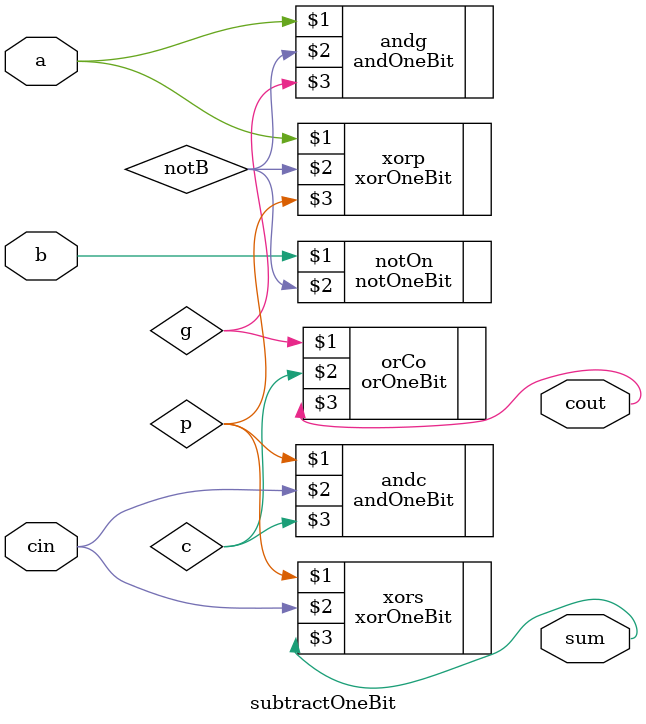
<source format=sv>
module subtractOneBit(input logic cin, a, b, output logic sum, cout);

logic notB;
logic p;
logic g;
logic c;

notOneBit notOn (b, notB);
xorOneBit xorp (a,notB,p);
andOneBit andg (a,notB,g);
andOneBit andc (p,cin,c);
xorOneBit xors (p,cin,sum);
orOneBit orCo (g,c,cout);
endmodule

</source>
